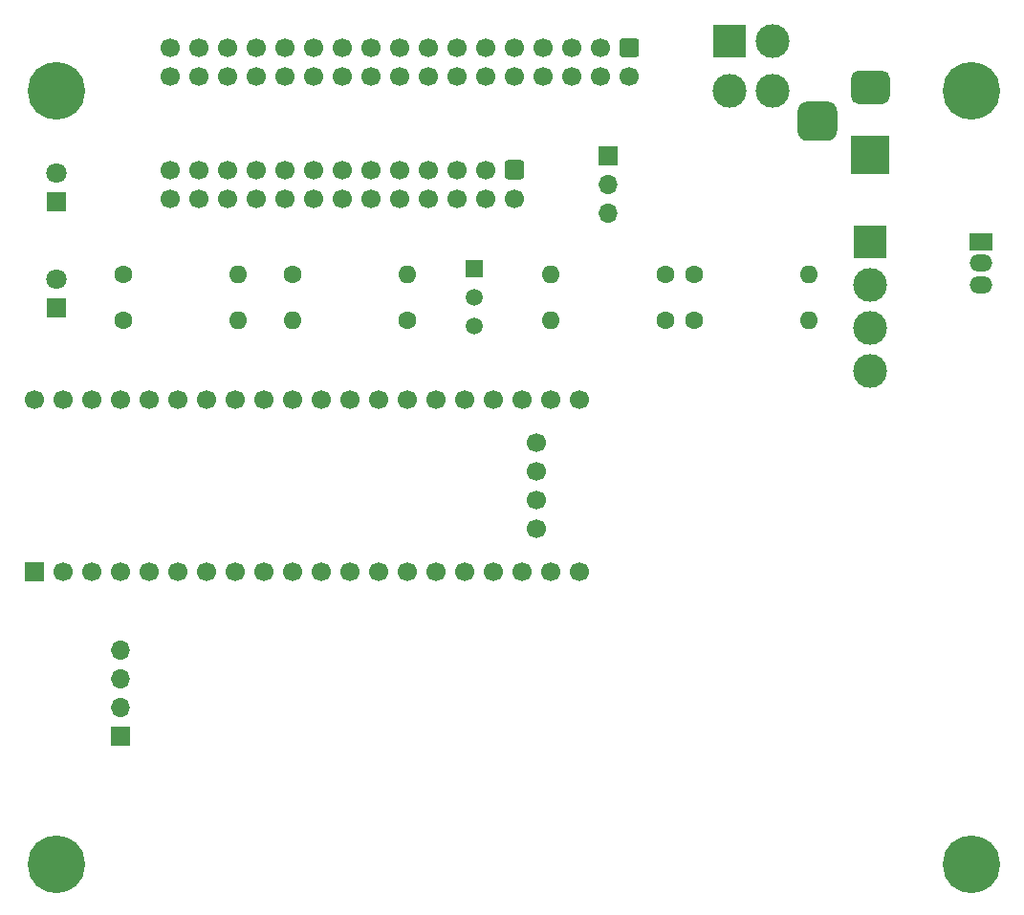
<source format=gts>
G04 #@! TF.GenerationSoftware,KiCad,Pcbnew,(5.1.8)-1*
G04 #@! TF.CreationDate,2021-11-20T23:27:48+01:00*
G04 #@! TF.ProjectId,Greaseweazle,47726561-7365-4776-9561-7a6c652e6b69,rev?*
G04 #@! TF.SameCoordinates,Original*
G04 #@! TF.FileFunction,Soldermask,Top*
G04 #@! TF.FilePolarity,Negative*
%FSLAX46Y46*%
G04 Gerber Fmt 4.6, Leading zero omitted, Abs format (unit mm)*
G04 Created by KiCad (PCBNEW (5.1.8)-1) date 2021-11-20 23:27:48*
%MOMM*%
%LPD*%
G01*
G04 APERTURE LIST*
%ADD10C,3.000000*%
%ADD11R,3.000000X3.000000*%
%ADD12C,1.700000*%
%ADD13R,3.500000X3.500000*%
%ADD14O,2.000000X1.500000*%
%ADD15R,2.000000X1.500000*%
%ADD16C,5.100000*%
%ADD17R,1.800000X1.800000*%
%ADD18C,1.800000*%
%ADD19O,1.600000X1.600000*%
%ADD20C,1.600000*%
%ADD21R,1.700000X1.700000*%
%ADD22O,1.700000X1.700000*%
%ADD23C,1.500000*%
%ADD24R,1.500000X1.500000*%
G04 APERTURE END LIST*
D10*
X175895000Y-63500000D03*
D11*
X172085000Y-59055000D03*
D10*
X172085000Y-63500000D03*
X175895000Y-59055000D03*
G36*
G01*
X162595000Y-58840000D02*
X163795000Y-58840000D01*
G75*
G02*
X164045000Y-59090000I0J-250000D01*
G01*
X164045000Y-60290000D01*
G75*
G02*
X163795000Y-60540000I-250000J0D01*
G01*
X162595000Y-60540000D01*
G75*
G02*
X162345000Y-60290000I0J250000D01*
G01*
X162345000Y-59090000D01*
G75*
G02*
X162595000Y-58840000I250000J0D01*
G01*
G37*
D12*
X160655000Y-59690000D03*
X158115000Y-59690000D03*
X155575000Y-59690000D03*
X153035000Y-59690000D03*
X150495000Y-59690000D03*
X147955000Y-59690000D03*
X145415000Y-59690000D03*
X142875000Y-59690000D03*
X140335000Y-59690000D03*
X137795000Y-59690000D03*
X135255000Y-59690000D03*
X132715000Y-59690000D03*
X130175000Y-59690000D03*
X127635000Y-59690000D03*
X125095000Y-59690000D03*
X122555000Y-59690000D03*
X163195000Y-62230000D03*
X160655000Y-62230000D03*
X158115000Y-62230000D03*
X155575000Y-62230000D03*
X153035000Y-62230000D03*
X150495000Y-62230000D03*
X147955000Y-62230000D03*
X145415000Y-62230000D03*
X142875000Y-62230000D03*
X140335000Y-62230000D03*
X137795000Y-62230000D03*
X135255000Y-62230000D03*
X132715000Y-62230000D03*
X130175000Y-62230000D03*
X127635000Y-62230000D03*
X125095000Y-62230000D03*
X122555000Y-62230000D03*
D13*
X184556400Y-69189600D03*
G36*
G01*
X183556400Y-61689600D02*
X185556400Y-61689600D01*
G75*
G02*
X186306400Y-62439600I0J-750000D01*
G01*
X186306400Y-63939600D01*
G75*
G02*
X185556400Y-64689600I-750000J0D01*
G01*
X183556400Y-64689600D01*
G75*
G02*
X182806400Y-63939600I0J750000D01*
G01*
X182806400Y-62439600D01*
G75*
G02*
X183556400Y-61689600I750000J0D01*
G01*
G37*
G36*
G01*
X178981400Y-64439600D02*
X180731400Y-64439600D01*
G75*
G02*
X181606400Y-65314600I0J-875000D01*
G01*
X181606400Y-67064600D01*
G75*
G02*
X180731400Y-67939600I-875000J0D01*
G01*
X178981400Y-67939600D01*
G75*
G02*
X178106400Y-67064600I0J875000D01*
G01*
X178106400Y-65314600D01*
G75*
G02*
X178981400Y-64439600I875000J0D01*
G01*
G37*
D14*
X194310000Y-80645000D03*
X194310000Y-78740000D03*
D15*
X194310000Y-76835000D03*
D16*
X112500000Y-132000000D03*
X193500000Y-132000000D03*
X193500000Y-63500000D03*
X112500000Y-63500000D03*
D17*
X112500000Y-73279000D03*
D18*
X112500000Y-70739000D03*
X112500000Y-80137000D03*
D17*
X112500000Y-82677000D03*
D19*
X128524000Y-79756000D03*
D20*
X118364000Y-79756000D03*
X118364000Y-83820000D03*
D19*
X128524000Y-83820000D03*
D12*
X154940000Y-102235000D03*
X154940000Y-99695000D03*
X154940000Y-97155000D03*
X154940000Y-94615000D03*
X110490000Y-90805000D03*
D21*
X110490000Y-106045000D03*
D12*
X113030000Y-90805000D03*
X113030000Y-106045000D03*
X115570000Y-90805000D03*
X115570000Y-106045000D03*
X118110000Y-90805000D03*
X118110000Y-106045000D03*
X120650000Y-90805000D03*
X120650000Y-106045000D03*
X123190000Y-90805000D03*
X123190000Y-106045000D03*
X125730000Y-90805000D03*
X125730000Y-106045000D03*
X128270000Y-90805000D03*
X128270000Y-106045000D03*
X130810000Y-90805000D03*
X130810000Y-106045000D03*
X133350000Y-90805000D03*
X133350000Y-106045000D03*
X135890000Y-90805000D03*
X135890000Y-106045000D03*
X138430000Y-90805000D03*
X138430000Y-106045000D03*
X140970000Y-90805000D03*
X140970000Y-106045000D03*
X143510000Y-90805000D03*
X143510000Y-106045000D03*
X146050000Y-90805000D03*
X146050000Y-106045000D03*
X148590000Y-90805000D03*
X148590000Y-106045000D03*
X151130000Y-90805000D03*
X151130000Y-106045000D03*
X153670000Y-90805000D03*
X153670000Y-106045000D03*
X156210000Y-90805000D03*
X156210000Y-106045000D03*
X158750000Y-90805000D03*
X158750000Y-106045000D03*
D21*
X118110000Y-120650000D03*
D22*
X118110000Y-118110000D03*
X118110000Y-115570000D03*
X118110000Y-113030000D03*
G36*
G01*
X152435000Y-69635000D02*
X153635000Y-69635000D01*
G75*
G02*
X153885000Y-69885000I0J-250000D01*
G01*
X153885000Y-71085000D01*
G75*
G02*
X153635000Y-71335000I-250000J0D01*
G01*
X152435000Y-71335000D01*
G75*
G02*
X152185000Y-71085000I0J250000D01*
G01*
X152185000Y-69885000D01*
G75*
G02*
X152435000Y-69635000I250000J0D01*
G01*
G37*
D12*
X150495000Y-70485000D03*
X147955000Y-70485000D03*
X145415000Y-70485000D03*
X142875000Y-70485000D03*
X140335000Y-70485000D03*
X137795000Y-70485000D03*
X135255000Y-70485000D03*
X132715000Y-70485000D03*
X130175000Y-70485000D03*
X127635000Y-70485000D03*
X125095000Y-70485000D03*
X122555000Y-70485000D03*
X153035000Y-73025000D03*
X150495000Y-73025000D03*
X147955000Y-73025000D03*
X145415000Y-73025000D03*
X142875000Y-73025000D03*
X140335000Y-73025000D03*
X137795000Y-73025000D03*
X135255000Y-73025000D03*
X132715000Y-73025000D03*
X130175000Y-73025000D03*
X127635000Y-73025000D03*
X125095000Y-73025000D03*
X122555000Y-73025000D03*
D23*
X149479000Y-81788000D03*
X149479000Y-84328000D03*
D24*
X149479000Y-79248000D03*
D19*
X143510000Y-79756000D03*
D20*
X133350000Y-79756000D03*
X143510000Y-83820000D03*
D19*
X133350000Y-83820000D03*
D11*
X184531000Y-76835000D03*
D10*
X184531000Y-84455000D03*
X184531000Y-80645000D03*
X184531000Y-88265000D03*
D19*
X156210000Y-79756000D03*
D20*
X166370000Y-79756000D03*
X166370000Y-83820000D03*
D19*
X156210000Y-83820000D03*
X179070000Y-79756000D03*
D20*
X168910000Y-79756000D03*
X168910000Y-83820000D03*
D19*
X179070000Y-83820000D03*
D21*
X161290000Y-69215000D03*
D22*
X161290000Y-71755000D03*
X161290000Y-74295000D03*
M02*

</source>
